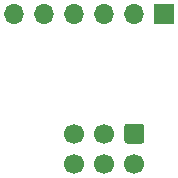
<source format=gts>
G04 #@! TF.GenerationSoftware,KiCad,Pcbnew,5.1.10*
G04 #@! TF.CreationDate,2021-05-04T23:10:24+02:00*
G04 #@! TF.ProjectId,2x3zu1x6,3278337a-7531-4783-962e-6b696361645f,rev?*
G04 #@! TF.SameCoordinates,Original*
G04 #@! TF.FileFunction,Soldermask,Top*
G04 #@! TF.FilePolarity,Negative*
%FSLAX46Y46*%
G04 Gerber Fmt 4.6, Leading zero omitted, Abs format (unit mm)*
G04 Created by KiCad (PCBNEW 5.1.10) date 2021-05-04 23:10:24*
%MOMM*%
%LPD*%
G01*
G04 APERTURE LIST*
%ADD10R,1.700000X1.700000*%
%ADD11O,1.700000X1.700000*%
%ADD12C,1.700000*%
G04 APERTURE END LIST*
D10*
X137160000Y-109220000D03*
D11*
X134620000Y-109220000D03*
X132080000Y-109220000D03*
X129540000Y-109220000D03*
X127000000Y-109220000D03*
X124460000Y-109220000D03*
G36*
G01*
X134020000Y-118530000D02*
X135220000Y-118530000D01*
G75*
G02*
X135470000Y-118780000I0J-250000D01*
G01*
X135470000Y-119980000D01*
G75*
G02*
X135220000Y-120230000I-250000J0D01*
G01*
X134020000Y-120230000D01*
G75*
G02*
X133770000Y-119980000I0J250000D01*
G01*
X133770000Y-118780000D01*
G75*
G02*
X134020000Y-118530000I250000J0D01*
G01*
G37*
D12*
X132080000Y-119380000D03*
X129540000Y-119380000D03*
X134620000Y-121920000D03*
X132080000Y-121920000D03*
X129540000Y-121920000D03*
M02*

</source>
